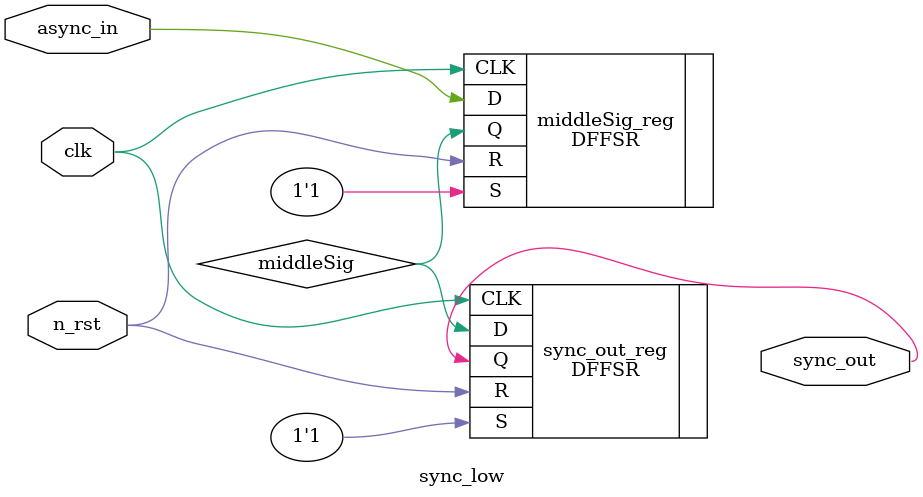
<source format=v>


module sync_low ( clk, n_rst, async_in, sync_out );
  input clk, n_rst, async_in;
  output sync_out;
  wire   middleSig;

  DFFSR middleSig_reg ( .D(async_in), .CLK(clk), .R(n_rst), .S(1'b1), .Q(
        middleSig) );
  DFFSR sync_out_reg ( .D(middleSig), .CLK(clk), .R(n_rst), .S(1'b1), .Q(
        sync_out) );
endmodule


</source>
